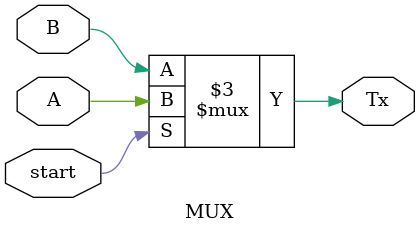
<source format=sv>
module MUX(input logic start, A, B,
           output logic Tx);
    always_comb begin
        if (start) begin
            Tx = A;
        end else begin
            Tx = B;
        end
    end
endmodule
</source>
